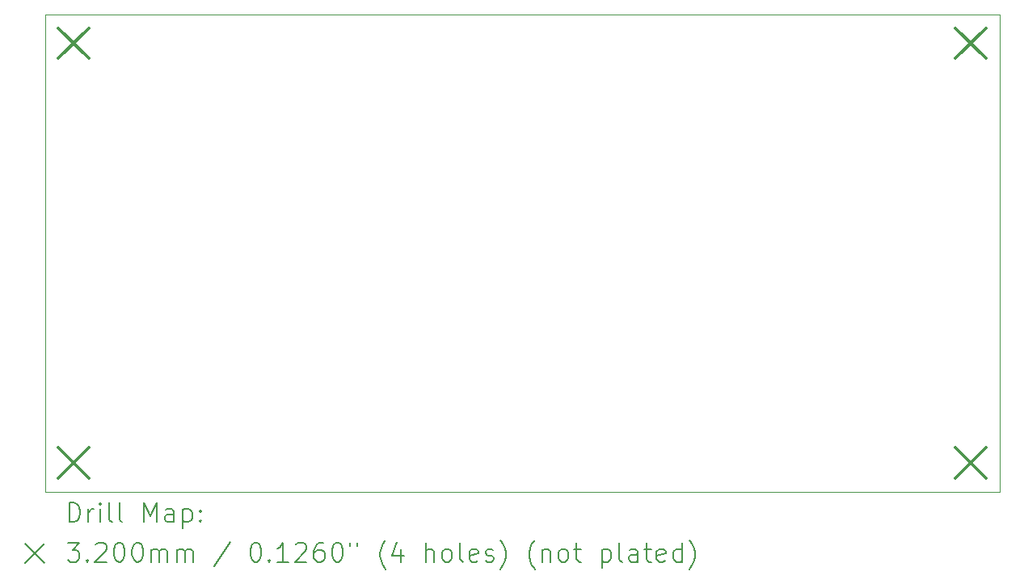
<source format=gbr>
%TF.GenerationSoftware,KiCad,Pcbnew,8.0.3*%
%TF.CreationDate,2024-07-31T17:37:37+08:00*%
%TF.ProjectId,pcb,7063622e-6b69-4636-9164-5f7063625858,rev?*%
%TF.SameCoordinates,Original*%
%TF.FileFunction,Drillmap*%
%TF.FilePolarity,Positive*%
%FSLAX45Y45*%
G04 Gerber Fmt 4.5, Leading zero omitted, Abs format (unit mm)*
G04 Created by KiCad (PCBNEW 8.0.3) date 2024-07-31 17:37:37*
%MOMM*%
%LPD*%
G01*
G04 APERTURE LIST*
%ADD10C,0.100000*%
%ADD11C,0.200000*%
%ADD12C,0.320000*%
G04 APERTURE END LIST*
D10*
X8000000Y-5000000D02*
X18000000Y-5000000D01*
X18000000Y-10000000D01*
X8000000Y-10000000D01*
X8000000Y-5000000D01*
D11*
D12*
X8140000Y-5140000D02*
X8460000Y-5460000D01*
X8460000Y-5140000D02*
X8140000Y-5460000D01*
X8140000Y-9540000D02*
X8460000Y-9860000D01*
X8460000Y-9540000D02*
X8140000Y-9860000D01*
X17540000Y-5140000D02*
X17860000Y-5460000D01*
X17860000Y-5140000D02*
X17540000Y-5460000D01*
X17540000Y-9540000D02*
X17860000Y-9860000D01*
X17860000Y-9540000D02*
X17540000Y-9860000D01*
D11*
X8255777Y-10316484D02*
X8255777Y-10116484D01*
X8255777Y-10116484D02*
X8303396Y-10116484D01*
X8303396Y-10116484D02*
X8331967Y-10126008D01*
X8331967Y-10126008D02*
X8351015Y-10145055D01*
X8351015Y-10145055D02*
X8360539Y-10164103D01*
X8360539Y-10164103D02*
X8370062Y-10202198D01*
X8370062Y-10202198D02*
X8370062Y-10230770D01*
X8370062Y-10230770D02*
X8360539Y-10268865D01*
X8360539Y-10268865D02*
X8351015Y-10287912D01*
X8351015Y-10287912D02*
X8331967Y-10306960D01*
X8331967Y-10306960D02*
X8303396Y-10316484D01*
X8303396Y-10316484D02*
X8255777Y-10316484D01*
X8455777Y-10316484D02*
X8455777Y-10183150D01*
X8455777Y-10221246D02*
X8465301Y-10202198D01*
X8465301Y-10202198D02*
X8474824Y-10192674D01*
X8474824Y-10192674D02*
X8493872Y-10183150D01*
X8493872Y-10183150D02*
X8512920Y-10183150D01*
X8579586Y-10316484D02*
X8579586Y-10183150D01*
X8579586Y-10116484D02*
X8570063Y-10126008D01*
X8570063Y-10126008D02*
X8579586Y-10135531D01*
X8579586Y-10135531D02*
X8589110Y-10126008D01*
X8589110Y-10126008D02*
X8579586Y-10116484D01*
X8579586Y-10116484D02*
X8579586Y-10135531D01*
X8703396Y-10316484D02*
X8684348Y-10306960D01*
X8684348Y-10306960D02*
X8674824Y-10287912D01*
X8674824Y-10287912D02*
X8674824Y-10116484D01*
X8808158Y-10316484D02*
X8789110Y-10306960D01*
X8789110Y-10306960D02*
X8779586Y-10287912D01*
X8779586Y-10287912D02*
X8779586Y-10116484D01*
X9036729Y-10316484D02*
X9036729Y-10116484D01*
X9036729Y-10116484D02*
X9103396Y-10259341D01*
X9103396Y-10259341D02*
X9170063Y-10116484D01*
X9170063Y-10116484D02*
X9170063Y-10316484D01*
X9351015Y-10316484D02*
X9351015Y-10211722D01*
X9351015Y-10211722D02*
X9341491Y-10192674D01*
X9341491Y-10192674D02*
X9322444Y-10183150D01*
X9322444Y-10183150D02*
X9284348Y-10183150D01*
X9284348Y-10183150D02*
X9265301Y-10192674D01*
X9351015Y-10306960D02*
X9331967Y-10316484D01*
X9331967Y-10316484D02*
X9284348Y-10316484D01*
X9284348Y-10316484D02*
X9265301Y-10306960D01*
X9265301Y-10306960D02*
X9255777Y-10287912D01*
X9255777Y-10287912D02*
X9255777Y-10268865D01*
X9255777Y-10268865D02*
X9265301Y-10249817D01*
X9265301Y-10249817D02*
X9284348Y-10240293D01*
X9284348Y-10240293D02*
X9331967Y-10240293D01*
X9331967Y-10240293D02*
X9351015Y-10230770D01*
X9446253Y-10183150D02*
X9446253Y-10383150D01*
X9446253Y-10192674D02*
X9465301Y-10183150D01*
X9465301Y-10183150D02*
X9503396Y-10183150D01*
X9503396Y-10183150D02*
X9522444Y-10192674D01*
X9522444Y-10192674D02*
X9531967Y-10202198D01*
X9531967Y-10202198D02*
X9541491Y-10221246D01*
X9541491Y-10221246D02*
X9541491Y-10278389D01*
X9541491Y-10278389D02*
X9531967Y-10297436D01*
X9531967Y-10297436D02*
X9522444Y-10306960D01*
X9522444Y-10306960D02*
X9503396Y-10316484D01*
X9503396Y-10316484D02*
X9465301Y-10316484D01*
X9465301Y-10316484D02*
X9446253Y-10306960D01*
X9627205Y-10297436D02*
X9636729Y-10306960D01*
X9636729Y-10306960D02*
X9627205Y-10316484D01*
X9627205Y-10316484D02*
X9617682Y-10306960D01*
X9617682Y-10306960D02*
X9627205Y-10297436D01*
X9627205Y-10297436D02*
X9627205Y-10316484D01*
X9627205Y-10192674D02*
X9636729Y-10202198D01*
X9636729Y-10202198D02*
X9627205Y-10211722D01*
X9627205Y-10211722D02*
X9617682Y-10202198D01*
X9617682Y-10202198D02*
X9627205Y-10192674D01*
X9627205Y-10192674D02*
X9627205Y-10211722D01*
X7795000Y-10545000D02*
X7995000Y-10745000D01*
X7995000Y-10545000D02*
X7795000Y-10745000D01*
X8236729Y-10536484D02*
X8360539Y-10536484D01*
X8360539Y-10536484D02*
X8293872Y-10612674D01*
X8293872Y-10612674D02*
X8322443Y-10612674D01*
X8322443Y-10612674D02*
X8341491Y-10622198D01*
X8341491Y-10622198D02*
X8351015Y-10631722D01*
X8351015Y-10631722D02*
X8360539Y-10650770D01*
X8360539Y-10650770D02*
X8360539Y-10698389D01*
X8360539Y-10698389D02*
X8351015Y-10717436D01*
X8351015Y-10717436D02*
X8341491Y-10726960D01*
X8341491Y-10726960D02*
X8322443Y-10736484D01*
X8322443Y-10736484D02*
X8265301Y-10736484D01*
X8265301Y-10736484D02*
X8246253Y-10726960D01*
X8246253Y-10726960D02*
X8236729Y-10717436D01*
X8446253Y-10717436D02*
X8455777Y-10726960D01*
X8455777Y-10726960D02*
X8446253Y-10736484D01*
X8446253Y-10736484D02*
X8436729Y-10726960D01*
X8436729Y-10726960D02*
X8446253Y-10717436D01*
X8446253Y-10717436D02*
X8446253Y-10736484D01*
X8531967Y-10555531D02*
X8541491Y-10546008D01*
X8541491Y-10546008D02*
X8560539Y-10536484D01*
X8560539Y-10536484D02*
X8608158Y-10536484D01*
X8608158Y-10536484D02*
X8627205Y-10546008D01*
X8627205Y-10546008D02*
X8636729Y-10555531D01*
X8636729Y-10555531D02*
X8646253Y-10574579D01*
X8646253Y-10574579D02*
X8646253Y-10593627D01*
X8646253Y-10593627D02*
X8636729Y-10622198D01*
X8636729Y-10622198D02*
X8522444Y-10736484D01*
X8522444Y-10736484D02*
X8646253Y-10736484D01*
X8770063Y-10536484D02*
X8789110Y-10536484D01*
X8789110Y-10536484D02*
X8808158Y-10546008D01*
X8808158Y-10546008D02*
X8817682Y-10555531D01*
X8817682Y-10555531D02*
X8827205Y-10574579D01*
X8827205Y-10574579D02*
X8836729Y-10612674D01*
X8836729Y-10612674D02*
X8836729Y-10660293D01*
X8836729Y-10660293D02*
X8827205Y-10698389D01*
X8827205Y-10698389D02*
X8817682Y-10717436D01*
X8817682Y-10717436D02*
X8808158Y-10726960D01*
X8808158Y-10726960D02*
X8789110Y-10736484D01*
X8789110Y-10736484D02*
X8770063Y-10736484D01*
X8770063Y-10736484D02*
X8751015Y-10726960D01*
X8751015Y-10726960D02*
X8741491Y-10717436D01*
X8741491Y-10717436D02*
X8731967Y-10698389D01*
X8731967Y-10698389D02*
X8722444Y-10660293D01*
X8722444Y-10660293D02*
X8722444Y-10612674D01*
X8722444Y-10612674D02*
X8731967Y-10574579D01*
X8731967Y-10574579D02*
X8741491Y-10555531D01*
X8741491Y-10555531D02*
X8751015Y-10546008D01*
X8751015Y-10546008D02*
X8770063Y-10536484D01*
X8960539Y-10536484D02*
X8979586Y-10536484D01*
X8979586Y-10536484D02*
X8998634Y-10546008D01*
X8998634Y-10546008D02*
X9008158Y-10555531D01*
X9008158Y-10555531D02*
X9017682Y-10574579D01*
X9017682Y-10574579D02*
X9027205Y-10612674D01*
X9027205Y-10612674D02*
X9027205Y-10660293D01*
X9027205Y-10660293D02*
X9017682Y-10698389D01*
X9017682Y-10698389D02*
X9008158Y-10717436D01*
X9008158Y-10717436D02*
X8998634Y-10726960D01*
X8998634Y-10726960D02*
X8979586Y-10736484D01*
X8979586Y-10736484D02*
X8960539Y-10736484D01*
X8960539Y-10736484D02*
X8941491Y-10726960D01*
X8941491Y-10726960D02*
X8931967Y-10717436D01*
X8931967Y-10717436D02*
X8922444Y-10698389D01*
X8922444Y-10698389D02*
X8912920Y-10660293D01*
X8912920Y-10660293D02*
X8912920Y-10612674D01*
X8912920Y-10612674D02*
X8922444Y-10574579D01*
X8922444Y-10574579D02*
X8931967Y-10555531D01*
X8931967Y-10555531D02*
X8941491Y-10546008D01*
X8941491Y-10546008D02*
X8960539Y-10536484D01*
X9112920Y-10736484D02*
X9112920Y-10603150D01*
X9112920Y-10622198D02*
X9122444Y-10612674D01*
X9122444Y-10612674D02*
X9141491Y-10603150D01*
X9141491Y-10603150D02*
X9170063Y-10603150D01*
X9170063Y-10603150D02*
X9189110Y-10612674D01*
X9189110Y-10612674D02*
X9198634Y-10631722D01*
X9198634Y-10631722D02*
X9198634Y-10736484D01*
X9198634Y-10631722D02*
X9208158Y-10612674D01*
X9208158Y-10612674D02*
X9227205Y-10603150D01*
X9227205Y-10603150D02*
X9255777Y-10603150D01*
X9255777Y-10603150D02*
X9274825Y-10612674D01*
X9274825Y-10612674D02*
X9284348Y-10631722D01*
X9284348Y-10631722D02*
X9284348Y-10736484D01*
X9379586Y-10736484D02*
X9379586Y-10603150D01*
X9379586Y-10622198D02*
X9389110Y-10612674D01*
X9389110Y-10612674D02*
X9408158Y-10603150D01*
X9408158Y-10603150D02*
X9436729Y-10603150D01*
X9436729Y-10603150D02*
X9455777Y-10612674D01*
X9455777Y-10612674D02*
X9465301Y-10631722D01*
X9465301Y-10631722D02*
X9465301Y-10736484D01*
X9465301Y-10631722D02*
X9474825Y-10612674D01*
X9474825Y-10612674D02*
X9493872Y-10603150D01*
X9493872Y-10603150D02*
X9522444Y-10603150D01*
X9522444Y-10603150D02*
X9541491Y-10612674D01*
X9541491Y-10612674D02*
X9551015Y-10631722D01*
X9551015Y-10631722D02*
X9551015Y-10736484D01*
X9941491Y-10526960D02*
X9770063Y-10784103D01*
X10198634Y-10536484D02*
X10217682Y-10536484D01*
X10217682Y-10536484D02*
X10236729Y-10546008D01*
X10236729Y-10546008D02*
X10246253Y-10555531D01*
X10246253Y-10555531D02*
X10255777Y-10574579D01*
X10255777Y-10574579D02*
X10265301Y-10612674D01*
X10265301Y-10612674D02*
X10265301Y-10660293D01*
X10265301Y-10660293D02*
X10255777Y-10698389D01*
X10255777Y-10698389D02*
X10246253Y-10717436D01*
X10246253Y-10717436D02*
X10236729Y-10726960D01*
X10236729Y-10726960D02*
X10217682Y-10736484D01*
X10217682Y-10736484D02*
X10198634Y-10736484D01*
X10198634Y-10736484D02*
X10179587Y-10726960D01*
X10179587Y-10726960D02*
X10170063Y-10717436D01*
X10170063Y-10717436D02*
X10160539Y-10698389D01*
X10160539Y-10698389D02*
X10151015Y-10660293D01*
X10151015Y-10660293D02*
X10151015Y-10612674D01*
X10151015Y-10612674D02*
X10160539Y-10574579D01*
X10160539Y-10574579D02*
X10170063Y-10555531D01*
X10170063Y-10555531D02*
X10179587Y-10546008D01*
X10179587Y-10546008D02*
X10198634Y-10536484D01*
X10351015Y-10717436D02*
X10360539Y-10726960D01*
X10360539Y-10726960D02*
X10351015Y-10736484D01*
X10351015Y-10736484D02*
X10341491Y-10726960D01*
X10341491Y-10726960D02*
X10351015Y-10717436D01*
X10351015Y-10717436D02*
X10351015Y-10736484D01*
X10551015Y-10736484D02*
X10436729Y-10736484D01*
X10493872Y-10736484D02*
X10493872Y-10536484D01*
X10493872Y-10536484D02*
X10474825Y-10565055D01*
X10474825Y-10565055D02*
X10455777Y-10584103D01*
X10455777Y-10584103D02*
X10436729Y-10593627D01*
X10627206Y-10555531D02*
X10636729Y-10546008D01*
X10636729Y-10546008D02*
X10655777Y-10536484D01*
X10655777Y-10536484D02*
X10703396Y-10536484D01*
X10703396Y-10536484D02*
X10722444Y-10546008D01*
X10722444Y-10546008D02*
X10731968Y-10555531D01*
X10731968Y-10555531D02*
X10741491Y-10574579D01*
X10741491Y-10574579D02*
X10741491Y-10593627D01*
X10741491Y-10593627D02*
X10731968Y-10622198D01*
X10731968Y-10622198D02*
X10617682Y-10736484D01*
X10617682Y-10736484D02*
X10741491Y-10736484D01*
X10912920Y-10536484D02*
X10874825Y-10536484D01*
X10874825Y-10536484D02*
X10855777Y-10546008D01*
X10855777Y-10546008D02*
X10846253Y-10555531D01*
X10846253Y-10555531D02*
X10827206Y-10584103D01*
X10827206Y-10584103D02*
X10817682Y-10622198D01*
X10817682Y-10622198D02*
X10817682Y-10698389D01*
X10817682Y-10698389D02*
X10827206Y-10717436D01*
X10827206Y-10717436D02*
X10836729Y-10726960D01*
X10836729Y-10726960D02*
X10855777Y-10736484D01*
X10855777Y-10736484D02*
X10893872Y-10736484D01*
X10893872Y-10736484D02*
X10912920Y-10726960D01*
X10912920Y-10726960D02*
X10922444Y-10717436D01*
X10922444Y-10717436D02*
X10931968Y-10698389D01*
X10931968Y-10698389D02*
X10931968Y-10650770D01*
X10931968Y-10650770D02*
X10922444Y-10631722D01*
X10922444Y-10631722D02*
X10912920Y-10622198D01*
X10912920Y-10622198D02*
X10893872Y-10612674D01*
X10893872Y-10612674D02*
X10855777Y-10612674D01*
X10855777Y-10612674D02*
X10836729Y-10622198D01*
X10836729Y-10622198D02*
X10827206Y-10631722D01*
X10827206Y-10631722D02*
X10817682Y-10650770D01*
X11055777Y-10536484D02*
X11074825Y-10536484D01*
X11074825Y-10536484D02*
X11093872Y-10546008D01*
X11093872Y-10546008D02*
X11103396Y-10555531D01*
X11103396Y-10555531D02*
X11112920Y-10574579D01*
X11112920Y-10574579D02*
X11122444Y-10612674D01*
X11122444Y-10612674D02*
X11122444Y-10660293D01*
X11122444Y-10660293D02*
X11112920Y-10698389D01*
X11112920Y-10698389D02*
X11103396Y-10717436D01*
X11103396Y-10717436D02*
X11093872Y-10726960D01*
X11093872Y-10726960D02*
X11074825Y-10736484D01*
X11074825Y-10736484D02*
X11055777Y-10736484D01*
X11055777Y-10736484D02*
X11036729Y-10726960D01*
X11036729Y-10726960D02*
X11027206Y-10717436D01*
X11027206Y-10717436D02*
X11017682Y-10698389D01*
X11017682Y-10698389D02*
X11008158Y-10660293D01*
X11008158Y-10660293D02*
X11008158Y-10612674D01*
X11008158Y-10612674D02*
X11017682Y-10574579D01*
X11017682Y-10574579D02*
X11027206Y-10555531D01*
X11027206Y-10555531D02*
X11036729Y-10546008D01*
X11036729Y-10546008D02*
X11055777Y-10536484D01*
X11198634Y-10536484D02*
X11198634Y-10574579D01*
X11274825Y-10536484D02*
X11274825Y-10574579D01*
X11570063Y-10812674D02*
X11560539Y-10803150D01*
X11560539Y-10803150D02*
X11541491Y-10774579D01*
X11541491Y-10774579D02*
X11531968Y-10755531D01*
X11531968Y-10755531D02*
X11522444Y-10726960D01*
X11522444Y-10726960D02*
X11512920Y-10679341D01*
X11512920Y-10679341D02*
X11512920Y-10641246D01*
X11512920Y-10641246D02*
X11522444Y-10593627D01*
X11522444Y-10593627D02*
X11531968Y-10565055D01*
X11531968Y-10565055D02*
X11541491Y-10546008D01*
X11541491Y-10546008D02*
X11560539Y-10517436D01*
X11560539Y-10517436D02*
X11570063Y-10507912D01*
X11731968Y-10603150D02*
X11731968Y-10736484D01*
X11684348Y-10526960D02*
X11636729Y-10669817D01*
X11636729Y-10669817D02*
X11760539Y-10669817D01*
X11989110Y-10736484D02*
X11989110Y-10536484D01*
X12074825Y-10736484D02*
X12074825Y-10631722D01*
X12074825Y-10631722D02*
X12065301Y-10612674D01*
X12065301Y-10612674D02*
X12046253Y-10603150D01*
X12046253Y-10603150D02*
X12017682Y-10603150D01*
X12017682Y-10603150D02*
X11998634Y-10612674D01*
X11998634Y-10612674D02*
X11989110Y-10622198D01*
X12198634Y-10736484D02*
X12179587Y-10726960D01*
X12179587Y-10726960D02*
X12170063Y-10717436D01*
X12170063Y-10717436D02*
X12160539Y-10698389D01*
X12160539Y-10698389D02*
X12160539Y-10641246D01*
X12160539Y-10641246D02*
X12170063Y-10622198D01*
X12170063Y-10622198D02*
X12179587Y-10612674D01*
X12179587Y-10612674D02*
X12198634Y-10603150D01*
X12198634Y-10603150D02*
X12227206Y-10603150D01*
X12227206Y-10603150D02*
X12246253Y-10612674D01*
X12246253Y-10612674D02*
X12255777Y-10622198D01*
X12255777Y-10622198D02*
X12265301Y-10641246D01*
X12265301Y-10641246D02*
X12265301Y-10698389D01*
X12265301Y-10698389D02*
X12255777Y-10717436D01*
X12255777Y-10717436D02*
X12246253Y-10726960D01*
X12246253Y-10726960D02*
X12227206Y-10736484D01*
X12227206Y-10736484D02*
X12198634Y-10736484D01*
X12379587Y-10736484D02*
X12360539Y-10726960D01*
X12360539Y-10726960D02*
X12351015Y-10707912D01*
X12351015Y-10707912D02*
X12351015Y-10536484D01*
X12531968Y-10726960D02*
X12512920Y-10736484D01*
X12512920Y-10736484D02*
X12474825Y-10736484D01*
X12474825Y-10736484D02*
X12455777Y-10726960D01*
X12455777Y-10726960D02*
X12446253Y-10707912D01*
X12446253Y-10707912D02*
X12446253Y-10631722D01*
X12446253Y-10631722D02*
X12455777Y-10612674D01*
X12455777Y-10612674D02*
X12474825Y-10603150D01*
X12474825Y-10603150D02*
X12512920Y-10603150D01*
X12512920Y-10603150D02*
X12531968Y-10612674D01*
X12531968Y-10612674D02*
X12541491Y-10631722D01*
X12541491Y-10631722D02*
X12541491Y-10650770D01*
X12541491Y-10650770D02*
X12446253Y-10669817D01*
X12617682Y-10726960D02*
X12636730Y-10736484D01*
X12636730Y-10736484D02*
X12674825Y-10736484D01*
X12674825Y-10736484D02*
X12693872Y-10726960D01*
X12693872Y-10726960D02*
X12703396Y-10707912D01*
X12703396Y-10707912D02*
X12703396Y-10698389D01*
X12703396Y-10698389D02*
X12693872Y-10679341D01*
X12693872Y-10679341D02*
X12674825Y-10669817D01*
X12674825Y-10669817D02*
X12646253Y-10669817D01*
X12646253Y-10669817D02*
X12627206Y-10660293D01*
X12627206Y-10660293D02*
X12617682Y-10641246D01*
X12617682Y-10641246D02*
X12617682Y-10631722D01*
X12617682Y-10631722D02*
X12627206Y-10612674D01*
X12627206Y-10612674D02*
X12646253Y-10603150D01*
X12646253Y-10603150D02*
X12674825Y-10603150D01*
X12674825Y-10603150D02*
X12693872Y-10612674D01*
X12770063Y-10812674D02*
X12779587Y-10803150D01*
X12779587Y-10803150D02*
X12798634Y-10774579D01*
X12798634Y-10774579D02*
X12808158Y-10755531D01*
X12808158Y-10755531D02*
X12817682Y-10726960D01*
X12817682Y-10726960D02*
X12827206Y-10679341D01*
X12827206Y-10679341D02*
X12827206Y-10641246D01*
X12827206Y-10641246D02*
X12817682Y-10593627D01*
X12817682Y-10593627D02*
X12808158Y-10565055D01*
X12808158Y-10565055D02*
X12798634Y-10546008D01*
X12798634Y-10546008D02*
X12779587Y-10517436D01*
X12779587Y-10517436D02*
X12770063Y-10507912D01*
X13131968Y-10812674D02*
X13122444Y-10803150D01*
X13122444Y-10803150D02*
X13103396Y-10774579D01*
X13103396Y-10774579D02*
X13093872Y-10755531D01*
X13093872Y-10755531D02*
X13084349Y-10726960D01*
X13084349Y-10726960D02*
X13074825Y-10679341D01*
X13074825Y-10679341D02*
X13074825Y-10641246D01*
X13074825Y-10641246D02*
X13084349Y-10593627D01*
X13084349Y-10593627D02*
X13093872Y-10565055D01*
X13093872Y-10565055D02*
X13103396Y-10546008D01*
X13103396Y-10546008D02*
X13122444Y-10517436D01*
X13122444Y-10517436D02*
X13131968Y-10507912D01*
X13208158Y-10603150D02*
X13208158Y-10736484D01*
X13208158Y-10622198D02*
X13217682Y-10612674D01*
X13217682Y-10612674D02*
X13236730Y-10603150D01*
X13236730Y-10603150D02*
X13265301Y-10603150D01*
X13265301Y-10603150D02*
X13284349Y-10612674D01*
X13284349Y-10612674D02*
X13293872Y-10631722D01*
X13293872Y-10631722D02*
X13293872Y-10736484D01*
X13417682Y-10736484D02*
X13398634Y-10726960D01*
X13398634Y-10726960D02*
X13389111Y-10717436D01*
X13389111Y-10717436D02*
X13379587Y-10698389D01*
X13379587Y-10698389D02*
X13379587Y-10641246D01*
X13379587Y-10641246D02*
X13389111Y-10622198D01*
X13389111Y-10622198D02*
X13398634Y-10612674D01*
X13398634Y-10612674D02*
X13417682Y-10603150D01*
X13417682Y-10603150D02*
X13446253Y-10603150D01*
X13446253Y-10603150D02*
X13465301Y-10612674D01*
X13465301Y-10612674D02*
X13474825Y-10622198D01*
X13474825Y-10622198D02*
X13484349Y-10641246D01*
X13484349Y-10641246D02*
X13484349Y-10698389D01*
X13484349Y-10698389D02*
X13474825Y-10717436D01*
X13474825Y-10717436D02*
X13465301Y-10726960D01*
X13465301Y-10726960D02*
X13446253Y-10736484D01*
X13446253Y-10736484D02*
X13417682Y-10736484D01*
X13541492Y-10603150D02*
X13617682Y-10603150D01*
X13570063Y-10536484D02*
X13570063Y-10707912D01*
X13570063Y-10707912D02*
X13579587Y-10726960D01*
X13579587Y-10726960D02*
X13598634Y-10736484D01*
X13598634Y-10736484D02*
X13617682Y-10736484D01*
X13836730Y-10603150D02*
X13836730Y-10803150D01*
X13836730Y-10612674D02*
X13855777Y-10603150D01*
X13855777Y-10603150D02*
X13893873Y-10603150D01*
X13893873Y-10603150D02*
X13912920Y-10612674D01*
X13912920Y-10612674D02*
X13922444Y-10622198D01*
X13922444Y-10622198D02*
X13931968Y-10641246D01*
X13931968Y-10641246D02*
X13931968Y-10698389D01*
X13931968Y-10698389D02*
X13922444Y-10717436D01*
X13922444Y-10717436D02*
X13912920Y-10726960D01*
X13912920Y-10726960D02*
X13893873Y-10736484D01*
X13893873Y-10736484D02*
X13855777Y-10736484D01*
X13855777Y-10736484D02*
X13836730Y-10726960D01*
X14046253Y-10736484D02*
X14027206Y-10726960D01*
X14027206Y-10726960D02*
X14017682Y-10707912D01*
X14017682Y-10707912D02*
X14017682Y-10536484D01*
X14208158Y-10736484D02*
X14208158Y-10631722D01*
X14208158Y-10631722D02*
X14198634Y-10612674D01*
X14198634Y-10612674D02*
X14179587Y-10603150D01*
X14179587Y-10603150D02*
X14141492Y-10603150D01*
X14141492Y-10603150D02*
X14122444Y-10612674D01*
X14208158Y-10726960D02*
X14189111Y-10736484D01*
X14189111Y-10736484D02*
X14141492Y-10736484D01*
X14141492Y-10736484D02*
X14122444Y-10726960D01*
X14122444Y-10726960D02*
X14112920Y-10707912D01*
X14112920Y-10707912D02*
X14112920Y-10688865D01*
X14112920Y-10688865D02*
X14122444Y-10669817D01*
X14122444Y-10669817D02*
X14141492Y-10660293D01*
X14141492Y-10660293D02*
X14189111Y-10660293D01*
X14189111Y-10660293D02*
X14208158Y-10650770D01*
X14274825Y-10603150D02*
X14351015Y-10603150D01*
X14303396Y-10536484D02*
X14303396Y-10707912D01*
X14303396Y-10707912D02*
X14312920Y-10726960D01*
X14312920Y-10726960D02*
X14331968Y-10736484D01*
X14331968Y-10736484D02*
X14351015Y-10736484D01*
X14493873Y-10726960D02*
X14474825Y-10736484D01*
X14474825Y-10736484D02*
X14436730Y-10736484D01*
X14436730Y-10736484D02*
X14417682Y-10726960D01*
X14417682Y-10726960D02*
X14408158Y-10707912D01*
X14408158Y-10707912D02*
X14408158Y-10631722D01*
X14408158Y-10631722D02*
X14417682Y-10612674D01*
X14417682Y-10612674D02*
X14436730Y-10603150D01*
X14436730Y-10603150D02*
X14474825Y-10603150D01*
X14474825Y-10603150D02*
X14493873Y-10612674D01*
X14493873Y-10612674D02*
X14503396Y-10631722D01*
X14503396Y-10631722D02*
X14503396Y-10650770D01*
X14503396Y-10650770D02*
X14408158Y-10669817D01*
X14674825Y-10736484D02*
X14674825Y-10536484D01*
X14674825Y-10726960D02*
X14655777Y-10736484D01*
X14655777Y-10736484D02*
X14617682Y-10736484D01*
X14617682Y-10736484D02*
X14598634Y-10726960D01*
X14598634Y-10726960D02*
X14589111Y-10717436D01*
X14589111Y-10717436D02*
X14579587Y-10698389D01*
X14579587Y-10698389D02*
X14579587Y-10641246D01*
X14579587Y-10641246D02*
X14589111Y-10622198D01*
X14589111Y-10622198D02*
X14598634Y-10612674D01*
X14598634Y-10612674D02*
X14617682Y-10603150D01*
X14617682Y-10603150D02*
X14655777Y-10603150D01*
X14655777Y-10603150D02*
X14674825Y-10612674D01*
X14751015Y-10812674D02*
X14760539Y-10803150D01*
X14760539Y-10803150D02*
X14779587Y-10774579D01*
X14779587Y-10774579D02*
X14789111Y-10755531D01*
X14789111Y-10755531D02*
X14798634Y-10726960D01*
X14798634Y-10726960D02*
X14808158Y-10679341D01*
X14808158Y-10679341D02*
X14808158Y-10641246D01*
X14808158Y-10641246D02*
X14798634Y-10593627D01*
X14798634Y-10593627D02*
X14789111Y-10565055D01*
X14789111Y-10565055D02*
X14779587Y-10546008D01*
X14779587Y-10546008D02*
X14760539Y-10517436D01*
X14760539Y-10517436D02*
X14751015Y-10507912D01*
M02*

</source>
